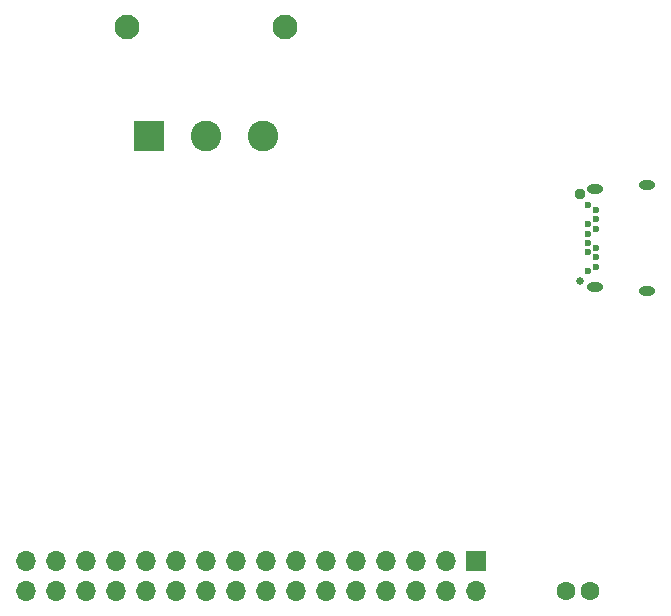
<source format=gbs>
%TF.GenerationSoftware,KiCad,Pcbnew,7.0.1*%
%TF.CreationDate,2025-03-28T02:07:50+02:00*%
%TF.ProjectId,PowerCircuit_V6,506f7765-7243-4697-9263-7569745f5636,rev?*%
%TF.SameCoordinates,Original*%
%TF.FileFunction,Soldermask,Bot*%
%TF.FilePolarity,Negative*%
%FSLAX46Y46*%
G04 Gerber Fmt 4.6, Leading zero omitted, Abs format (unit mm)*
G04 Created by KiCad (PCBNEW 7.0.1) date 2025-03-28 02:07:50*
%MOMM*%
%LPD*%
G01*
G04 APERTURE LIST*
%ADD10R,2.600000X2.600000*%
%ADD11C,2.600000*%
%ADD12C,2.100000*%
%ADD13C,0.649987*%
%ADD14C,0.950013*%
%ADD15O,1.400000X0.800000*%
%ADD16C,0.600000*%
%ADD17R,1.700000X1.700000*%
%ADD18O,1.700000X1.700000*%
%ADD19C,1.600000*%
G04 APERTURE END LIST*
D10*
%TO.C,U7*%
X211100025Y-88420076D03*
D11*
X215900127Y-88420076D03*
X220699975Y-88420076D03*
D12*
X222550114Y-79219924D03*
X209249886Y-79219924D03*
%TD*%
D13*
%TO.C,U8*%
X247569999Y-100709949D03*
D14*
X247569999Y-93360191D03*
D15*
X248819936Y-92980206D03*
X248819936Y-101240048D03*
X253209826Y-101599967D03*
X253209826Y-92620033D03*
D16*
X248219986Y-94310152D03*
X248920012Y-94710203D03*
X248920012Y-95510051D03*
X248219986Y-95910102D03*
X248920012Y-96310152D03*
X248219986Y-96710203D03*
X248219986Y-97510051D03*
X248920012Y-97910102D03*
X248219986Y-98310152D03*
X248920012Y-98710203D03*
X248920012Y-99510051D03*
X248219986Y-99910102D03*
%TD*%
D17*
%TO.C,J1*%
X238760000Y-124460000D03*
D18*
X238760000Y-127000000D03*
X236220000Y-124460000D03*
X236220000Y-127000000D03*
X233680000Y-124460000D03*
X233680000Y-127000000D03*
X231140000Y-124460000D03*
X231140000Y-127000000D03*
X228600000Y-124460000D03*
X228600000Y-127000000D03*
X226060000Y-124460000D03*
X226060000Y-127000000D03*
X223520000Y-124460000D03*
X223520000Y-127000000D03*
X220980000Y-124460000D03*
X220980000Y-127000000D03*
X218440000Y-124460000D03*
X218440000Y-127000000D03*
X215900000Y-124460000D03*
X215900000Y-127000000D03*
X213360000Y-124460000D03*
X213360000Y-127000000D03*
X210820000Y-124460000D03*
X210820000Y-127000000D03*
X208280000Y-124460000D03*
X208280000Y-127000000D03*
X205740000Y-124460000D03*
X205740000Y-127000000D03*
X203200000Y-124460000D03*
X203200000Y-127000000D03*
X200660000Y-124460000D03*
X200660000Y-127000000D03*
%TD*%
D19*
%TO.C,CN1*%
X248380000Y-127000000D03*
X246380000Y-127000000D03*
%TD*%
M02*

</source>
